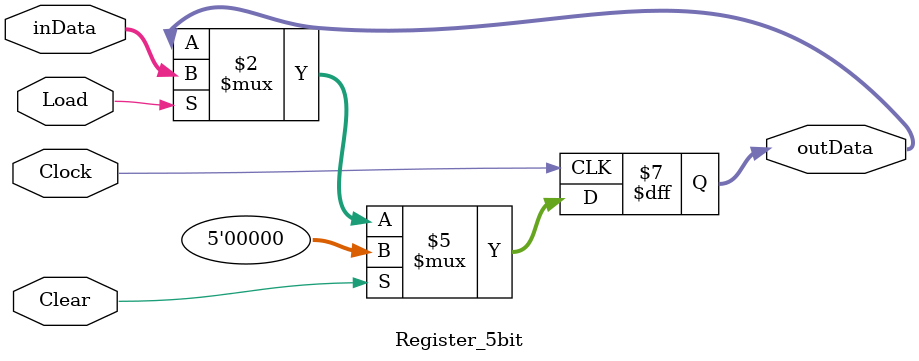
<source format=v>
module Register_5bit(Load,Clear,Clock,inData,outData);

input Load,Clear,Clock ;
input [4:0]	inData ;
output reg [4:0] outData;

always@(posedge Clock)
begin
	if (Clear)
		outData <= 5'd0;
	else if (Load)
		outData <= inData;
end		
endmodule
</source>
